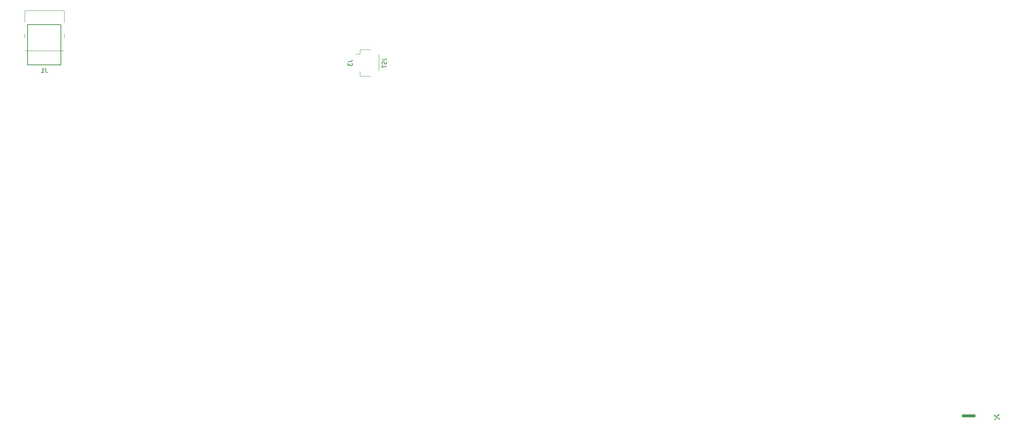
<source format=gbr>
G04 #@! TF.GenerationSoftware,KiCad,Pcbnew,(5.1.10-1-10_14)*
G04 #@! TF.CreationDate,2021-08-31T22:08:52+02:00*
G04 #@! TF.ProjectId,rosaline,726f7361-6c69-46e6-952e-6b696361645f,1*
G04 #@! TF.SameCoordinates,Original*
G04 #@! TF.FileFunction,Legend,Bot*
G04 #@! TF.FilePolarity,Positive*
%FSLAX46Y46*%
G04 Gerber Fmt 4.6, Leading zero omitted, Abs format (unit mm)*
G04 Created by KiCad (PCBNEW (5.1.10-1-10_14)) date 2021-08-31 22:08:52*
%MOMM*%
%LPD*%
G01*
G04 APERTURE LIST*
%ADD10C,0.150000*%
%ADD11C,0.120000*%
%ADD12C,0.100000*%
G04 APERTURE END LIST*
D10*
X32008968Y-54889127D02*
X24208968Y-54889127D01*
X32008968Y-54889127D02*
X32008968Y-64289127D01*
X32008968Y-64289127D02*
X24208968Y-64289127D01*
X24208968Y-64289127D02*
X24208968Y-54889127D01*
D11*
X23516968Y-51565127D02*
X32706968Y-51565127D01*
X23636968Y-60975127D02*
X32586968Y-60975127D01*
X32706968Y-54295127D02*
X32706968Y-51565127D01*
X23516968Y-54295127D02*
X23516968Y-51565127D01*
X32706968Y-57895127D02*
X32706968Y-56995127D01*
X23516968Y-57895127D02*
X23516968Y-56995127D01*
D12*
G36*
X250578125Y-146585000D02*
G01*
X249978125Y-145985000D01*
X249978125Y-146285000D01*
X250578125Y-146585000D01*
G37*
X250578125Y-146585000D02*
X249978125Y-145985000D01*
X249978125Y-146285000D01*
X250578125Y-146585000D01*
G36*
X250578125Y-146585000D02*
G01*
X249978125Y-147185000D01*
X250278125Y-147185000D01*
X250578125Y-146585000D01*
G37*
X250578125Y-146585000D02*
X249978125Y-147185000D01*
X250278125Y-147185000D01*
X250578125Y-146585000D01*
G36*
X250578125Y-146585000D02*
G01*
X251178125Y-147185000D01*
X251178125Y-146885000D01*
X250578125Y-146585000D01*
G37*
X250578125Y-146585000D02*
X251178125Y-147185000D01*
X251178125Y-146885000D01*
X250578125Y-146585000D01*
G36*
X250578125Y-146585000D02*
G01*
X251178125Y-145985000D01*
X250878125Y-145985000D01*
X250578125Y-146585000D01*
G37*
X250578125Y-146585000D02*
X251178125Y-145985000D01*
X250878125Y-145985000D01*
X250578125Y-146585000D01*
D11*
G36*
X242478125Y-146585000D02*
G01*
X245478125Y-146585000D01*
X245478125Y-145985000D01*
X242478125Y-145985000D01*
X242478125Y-146585000D01*
G37*
X242478125Y-146585000D02*
X245478125Y-146585000D01*
X245478125Y-145985000D01*
X242478125Y-145985000D01*
X242478125Y-146585000D01*
X104299375Y-60707500D02*
X101799375Y-60707500D01*
X101799375Y-60707500D02*
X101799375Y-61757500D01*
X101799375Y-61757500D02*
X100809375Y-61757500D01*
X104299375Y-66927500D02*
X101799375Y-66927500D01*
X101799375Y-66927500D02*
X101799375Y-65877500D01*
X106269375Y-61877500D02*
X106269375Y-65757500D01*
D10*
X28445301Y-65081507D02*
X28445301Y-65795793D01*
X28492920Y-65938650D01*
X28588158Y-66033888D01*
X28731015Y-66081507D01*
X28826253Y-66081507D01*
X27445301Y-66081507D02*
X28016729Y-66081507D01*
X27731015Y-66081507D02*
X27731015Y-65081507D01*
X27826253Y-65224365D01*
X27921491Y-65319603D01*
X28016729Y-65367222D01*
X99056755Y-63484166D02*
X99771041Y-63484166D01*
X99913898Y-63436547D01*
X100009136Y-63341309D01*
X100056755Y-63198452D01*
X100056755Y-63103214D01*
X99056755Y-63865119D02*
X99056755Y-64484166D01*
X99437708Y-64150833D01*
X99437708Y-64293690D01*
X99485327Y-64388928D01*
X99532946Y-64436547D01*
X99628184Y-64484166D01*
X99866279Y-64484166D01*
X99961517Y-64436547D01*
X100009136Y-64388928D01*
X100056755Y-64293690D01*
X100056755Y-64007976D01*
X100009136Y-63912738D01*
X99961517Y-63865119D01*
X107016755Y-63103214D02*
X107731041Y-63103214D01*
X107873898Y-63055595D01*
X107969136Y-62960357D01*
X108016755Y-62817500D01*
X108016755Y-62722261D01*
X107969136Y-63531785D02*
X108016755Y-63674642D01*
X108016755Y-63912738D01*
X107969136Y-64007976D01*
X107921517Y-64055595D01*
X107826279Y-64103214D01*
X107731041Y-64103214D01*
X107635803Y-64055595D01*
X107588184Y-64007976D01*
X107540565Y-63912738D01*
X107492946Y-63722261D01*
X107445327Y-63627023D01*
X107397708Y-63579404D01*
X107302470Y-63531785D01*
X107207232Y-63531785D01*
X107111994Y-63579404D01*
X107064375Y-63627023D01*
X107016755Y-63722261D01*
X107016755Y-63960357D01*
X107064375Y-64103214D01*
X107016755Y-64388928D02*
X107016755Y-64960357D01*
X108016755Y-64674642D02*
X107016755Y-64674642D01*
M02*

</source>
